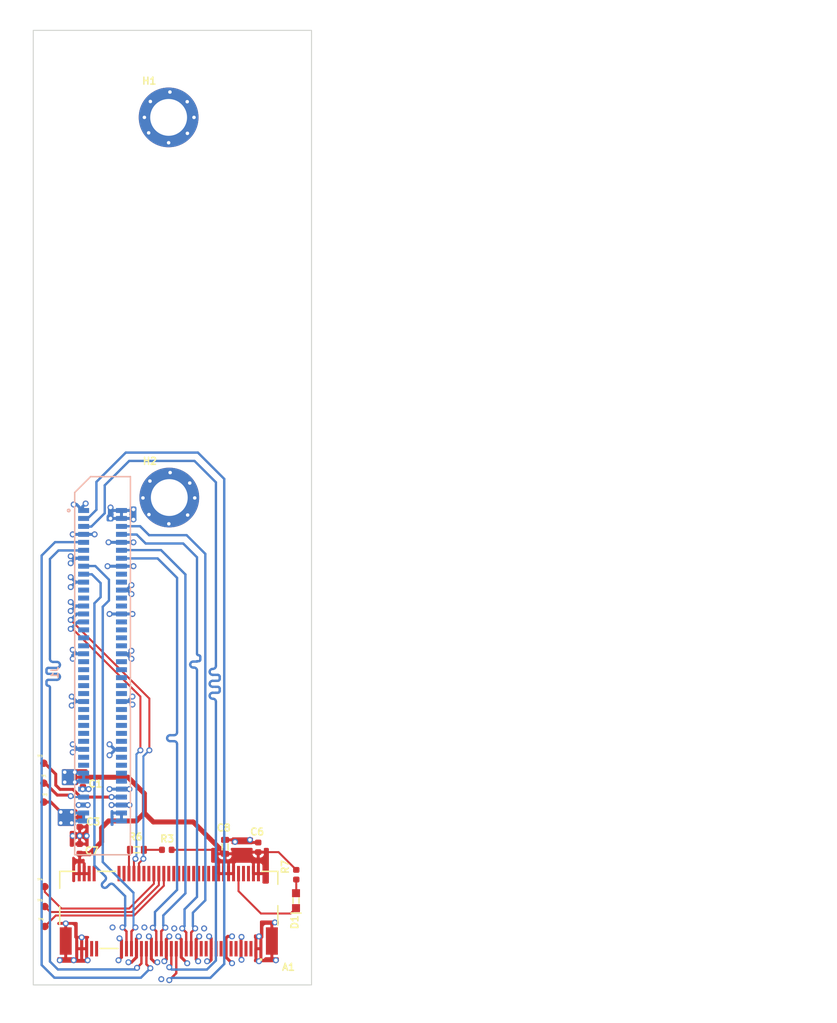
<source format=kicad_pcb>
(kicad_pcb (version 20211014) (generator pcbnew)
  (layers (0 "F.Cu" signal) (1 "In1.Cu" power) (2 "In2.Cu" power) (31 "B.Cu" signal) (34 "B.Paste" user) (35 "F.Paste" user) (36 "B.SilkS" user "B.Silkscreen") (37 "F.SilkS" user "F.Silkscreen") (38 "B.Mask" user) (39 "F.Mask" user) (44 "Edge.Cuts" user))
  (net 0 "")
  (net 1 "GND")
  (net 2 "+3V3")
  (net 7 "Net-(A1-Pad10)")
  (net 19 "PCIE2_RX1_N")
  (net 21 "PCIE2_RX1_P")
  (net 24 "PCIE2_TX1_N")
  (net 26 "PCIE2_TX1_P")
  (net 28 "/M.2/M2_M_SMB_CLK")
  (net 29 "PCIE2_RX0_N")
  (net 30 "/M.2/M2_M_SMB_DATA")
  (net 31 "PCIE2_RX0_P")
  (net 32 "/M.2/~{M2_M_ALERT}")
  (net 34 "PCIE2_TX0_N")
  (net 36 "PCIE2_TX0_P")
  (net 37 "PCIE2_CLK_N")
  (net 38 "/M.2/~{M2_M_PEWAKE0}")
  (net 39 "PCIE2_CLK_P")
  (net 43 "/M.2/M2_M_SUSCLK")
  (net 45 "+1V8")
  (net 46 "Net-(D1-Pad1)")
  (net 47 "PCIE3_CLK_N")
  (net 48 "PCIE3_CLK_P")
  (net 49 "USBSS1_TX_N")
  (net 50 "USBSS1_TX_P")
  (net 51 "USBSS1_RX_N")
  (net 52 "USBSS1_RX_P")
  (net 53 "PCIE2_RST")
  (net 54 "PCIE2_CLKREQ")
  (net 55 "PCIE3_RST*")
  (net 56 "GPIO01")
  (net 57 "PCIE3_CLKREQ*")
  (net 58 "GPIO07")
  (net 59 "PCIE_WAKE_SEL_EXT_CONN")
  (net 60 "GPIO09")
  (net 61 "GPIO13")
  (net 62 "UART1_RXD")
  (net 63 "GPIO12")
  (net 64 "USB1_D_N")
  (net 65 "GPIO11")
  (net 66 "USB1_D_P")
  (net 67 "UART1_TXD")
  (net 68 "I2S0_SDIN")
  (net 69 "I2S0_SCLK")
  (net 70 "I2S0_LRCK")
  (net 71 "I2S0_SDOUT")
  (net 72 "SPI0_SCK")
  (net 73 "SPI1_SCK")
  (net 74 "SPI0_MOSI")
  (net 75 "SPI1_MOSI")
  (net 76 "SPI0_MISO")
  (net 77 "SPI1_MISO")
  (net 78 "~{SPI0_CS0}")
  (net 79 "~{SPI1_CS0}")
  (net 80 "~{SPI0_CS1}")
  (net 81 "~{SPI1_CS1}")
  (net 82 "SYS_SDA")
  (net 83 "I2C2_SDA")
  (net 84 "SYS_SCL")
  (net 85 "I2C2_SCL")
  (net 86 "CAN_RX")
  (net 87 "CAN_TX")
  (net 88 "3V3_STDB")
  (net 89 "Net-(R3-Pad1)")
  (net 90 "+5V")
  (net 91 "+12V")
  (footprint "antmicro-footprints:TP_SMD_0.75mm" (layer "F.Cu") (at 54.4 140.2)
    (fp_text reference "TP2")
    (fp_text value "TP_0.75mm_SMD")
  )
  (footprint "antmicro-footprints:TP_SMD_0.75mm" (layer "F.Cu") (at 54.4 138.3)
    (fp_text reference "TP1")
    (fp_text value "TP_0.75mm_SMD")
  )
  (footprint "antmicro-footprints:TP_SMD_0.75mm" (layer "F.Cu") (at 54.5 150.7)
    (fp_text reference "TP5")
    (fp_text value "TP_0.75mm_SMD")
  )
  (footprint "antmicro-footprints:TP_SMD_0.75mm" (layer "F.Cu") (at 54.5 148.7)
    (fp_text reference "TP4")
    (fp_text value "TP_0.75mm_SMD")
  )
  (footprint "antmicro-footprints:C_0402_1005Metric" (layer "F.Cu") (at 58 142.216 90)
    (fp_text reference "C3")
    (fp_text value "C_1u_0402")
  )
  (footprint "antmicro-footprints:Spacer_SMD_M2.5_H2.5mm_Wurth_9774025151" (layer "F.Cu") (at 66.9325 71.397)
    (fp_text reference "H1")
    (fp_text value "Spacer_H2.5mm_9774025151")
  )
  (footprint "antmicro-footprints:C_0402_1005Metric" (layer "F.Cu") (at 58.325 138.191 90)
    (fp_text reference "C1")
    (fp_text value "C_1u_0402")
  )
  (footprint "antmicro-footprints:C_0603_1608Metric" (layer "F.Cu") (at 72.6 144.7 -90)
    (fp_text reference "C8")
    (fp_text value "C_100n_0603")
  )
  (footprint "antmicro-footprints:C_0402_1005Metric" (layer "F.Cu") (at 75.9295 144.75 -90)
    (fp_text reference "C6")
    (fp_text value "C_10u_0402")
  )
  (footprint "antmicro-footprints:R_0402_1005Metric" (layer "F.Cu") (at 66.75 145)
    (fp_text reference "R3")
    (fp_text value "R_4k7_0402")
  )
  (footprint "antmicro-footprints:R_0603_1608Metric" (layer "F.Cu") (at 63.75 145 180)
    (fp_text reference "R6")
    (fp_text value "R_0R_0603")
  )
  (footprint "antmicro-footprints:LED_0603_1608Metric_G" (layer "F.Cu") (at 79.725 150.108 -90)
    (fp_text reference "D1")
    (fp_text value "LED_G_0603_KP-1608ZGC")
  )
  (footprint "antmicro-footprints:R_0402_1005Metric" (layer "F.Cu") (at 79.75 147.5 90)
    (fp_text reference "R7")
    (fp_text value "R_200R_0402")
  )
  (footprint "antmicro-footprints:Bus_M.2_Socket_Key_M_TE_1-2199230-6" (layer "F.Cu") (at 76.2 154.94 180)
    (fp_text reference "A1")
    (fp_text value "Bus_M.2_1-2199230-6")
  )
  (footprint "antmicro-footprints:C_0402_1005Metric" (layer "F.Cu") (at 57.999 144.9035 -90)
    (fp_text reference "C7")
    (fp_text value "C_10u_0402")
  )
  (footprint "antmicro-footprints:TP_SMD_0.75mm" (layer "F.Cu") (at 54.4 136.3)
    (fp_text reference "TP3")
    (fp_text value "TP_0.75mm_SMD")
  )
  (footprint "antmicro-footprints:Spacer_SMD_M2.5_H2.5mm_Wurth_9774025151" (layer "F.Cu") (at 67 109.6)
    (fp_text reference "H2")
    (fp_text value "Spacer_H2.5mm_9774025151")
  )
  (footprint "antmicro-footprints:TP_SMD_0.75mm" (layer "F.Cu") (at 54.5 152.7)
    (fp_text reference "TP6")
    (fp_text value "TP_0.75mm_SMD")
  )
  (footprint "antmicro-footprints:ERM8-040-05.0_SAMTEC" (layer "B.Cu") (at 60.3 126.5 -90)
    (fp_text reference "J1")
    (fp_text value "J_ERM8-040-XX.X-X-DV-XX_SAMTEC")
  )
  (gr_rect (start 81.28 158.58) (end 53.34 62.65) (layer "Edge.Cuts") (width 0.1) (fill none))
  (segment (start 63.701 154.94) (end 63.701 155.799) (width 0.3) (layer "F.Cu") (net 1))
  (segment (start 62.201 154.94) (end 62.201 155.799) (width 0.3) (layer "F.Cu") (net 1))
  (segment (start 63.701 155.799) (end 63.2 156.3) (width 0.3) (layer "F.Cu") (net 1))
  (segment (start 75.702 154.94) (end 75.702 155.751) (width 0.3) (layer "F.Cu") (net 1))
  (segment (start 62.201 154.101) (end 62 153.9) (width 0.3) (layer "F.Cu") (net 1))
  (segment (start 63.701 154.94) (end 63.701 153.949) (width 0.3) (layer "F.Cu") (net 1))
  (segment (start 63.701 153.949) (end 63.95 153.7) (width 0.3) (layer "F.Cu") (net 1))
  (segment (start 68.201 154.001) (end 67.9 153.7) (width 0.3) (layer "F.Cu") (net 1))
  (segment (start 68.201 155.801) (end 68.201 154.94) (width 0.3) (layer "F.Cu") (net 1))
  (segment (start 62.201 154.94) (end 62.201 154.101) (width 0.3) (layer "F.Cu") (net 1))
  (segment (start 65.201 153.951) (end 64.95 153.7) (width 0.3) (layer "F.Cu") (net 1))
  (segment (start 65.201 154.94) (end 65.201 153.951) (width 0.3) (layer "F.Cu") (net 1))
  (segment (start 58.173 144.2455) (end 57.999 144.4195) (width 0.2) (layer "F.Cu") (net 1))
  (segment (start 74.201 154.94) (end 74.201 156) (width 0.3) (layer "F.Cu") (net 1))
  (segment (start 69.701 156.001) (end 69.9 156.2) (width 0.3) (layer "F.Cu") (net 1))
  (segment (start 74.201 156) (end 74.25 156.049) (width 0.3) (layer "F.Cu") (net 1))
  (segment (start 66.701 153.999) (end 67 153.7) (width 0.3) (layer "F.Cu") (net 1))
  (segment (start 72.701 154.94) (end 72.701 153.865) (width 0.3) (layer "F.Cu") (net 1))
  (segment (start 65.201 154.94) (end 65.201 155.965) (width 0.3) (layer "F.Cu") (net 1))
  (segment (start 68.8 156.4) (end 68.201 155.801) (width 0.3) (layer "F.Cu") (net 1))
  (segment (start 71.202 154.017) (end 71.202 153.902) (width 0.3) (layer "F.Cu") (net 1))
  (segment (start 71.201 154.941) (end 71.202 154.94) (width 0.3) (layer "F.Cu") (net 1))
  (segment (start 69.701 154.94) (end 69.701 153.999) (width 0.3) (layer "F.Cu") (net 1))
  (segment (start 71.066 156.2) (end 71.201 156.065) (width 0.3) (layer "F.Cu") (net 1))
  (segment (start 66.701 155.999) (end 66.5 156.2) (width 0.3) (layer "F.Cu") (net 1))
  (segment (start 70.8 156.2) (end 71.066 156.2) (width 0.3) (layer "F.Cu") (net 1))
  (segment (start 66.701 154.94) (end 66.701 153.999) (width 0.3) (layer "F.Cu") (net 1))
  (segment (start 58.3 138.9) (end 58.3 138.7) (width 0.3) (layer "F.Cu") (net 1))
  (segment (start 77.25 154.216) (end 77.301 154.165) (width 0.3) (layer "F.Cu") (net 1))
  (segment (start 74.201 154.94) (end 74.201 153.799) (width 0.3) (layer "F.Cu") (net 1))
  (segment (start 58.3 138.7) (end 58.325 138.675) (width 0.3) (layer "F.Cu") (net 1))
  (segment (start 66.701 154.94) (end 66.701 155.999) (width 0.3) (layer "F.Cu") (net 1))
  (segment (start 65.536 156.3) (end 65.8 156.3) (width 0.3) (layer "F.Cu") (net 1))
  (segment (start 62.201 155.799) (end 61.9 156.1) (width 0.3) (layer "F.Cu") (net 1))
  (segment (start 72.701 155.801) (end 73.3 156.4) (width 0.3) (layer "F.Cu") (net 1))
  (segment (start 65.201 155.965) (end 65.536 156.3) (width 0.3) (layer "F.Cu") (net 1))
  (segment (start 72.866 153.7) (end 73.3 153.7) (width 0.3) (layer "F.Cu") (net 1))
  (segment (start 69.701 154.94) (end 69.701 156.001) (width 0.3) (layer "F.Cu") (net 1))
  (segment (start 74.201 153.799) (end 74.25 153.75) (width 0.3) (layer "F.Cu") (net 1))
  (segment (start 72.701 154.94) (end 72.701 155.801) (width 0.3) (layer "F.Cu") (net 1))
  (segment (start 71.201 156.065) (end 71.201 154.941) (width 0.3) (layer "F.Cu") (net 1))
  (segment (start 71.202 154.017) (end 71.202 154.94) (width 0.3) (layer "F.Cu") (net 1))
  (segment (start 72.701 153.865) (end 72.866 153.7) (width 0.3) (layer "F.Cu") (net 1))
  (segment (start 68.201 154.94) (end 68.201 154.001) (width 0.3) (layer "F.Cu") (net 1))
  (segment (start 63.2 156.3) (end 62.9 156.3) (width 0.3) (layer "F.Cu") (net 1))
  (segment (start 71.202 153.902) (end 71 153.7) (width 0.3) (layer "F.Cu") (net 1))
  (segment (start 69.701 153.999) (end 70 153.7) (width 0.3) (layer "F.Cu") (net 1))
  (via (at 68.844 111.3575) (size 0.6) (drill 0.35) (layers "F.Cu" "B.Cu") (net 1))
  (via (at 58.8 156.1) (size 0.6) (drill 0.35) (layers "F.Cu" "B.Cu") (net 1))
  (via (at 73.6 144.2) (size 0.6) (drill 0.35) (layers "F.Cu" "B.Cu") (net 1))
  (via (at 63 138.9) (size 0.6) (drill 0.35) (layers "F.Cu" "B.Cu") (net 1))
  (via (at 58.7 143.6) (size 0.6) (drill 0.35) (layers "F.Cu" "B.Cu") (net 1))
  (via (at 58.6 110.2) (size 0.6) (drill 0.35) (layers "F.Cu" "B.Cu") (net 1))
  (via (at 57.4 110.3) (size 0.6) (drill 0.35) (layers "F.Cu" "B.Cu") (net 1))
  (via (at 70 153.7) (size 0.6) (drill 0.35) (layers "F.Cu" "B.Cu") (net 1))
  (via (at 63.4 111.8) (size 0.6) (drill 0.35) (layers "F.Cu" "B.Cu") (net 1))
  (via (at 66.2 158) (size 0.6) (drill 0.35) (layers "F.Cu" "B.Cu") (net 1))
  (via (at 57.2 129.6) (size 0.6) (drill 0.35) (layers "F.Cu" "B.Cu") (net 1))
  (via (at 57.3 135.2) (size 0.6) (drill 0.35) (layers "F.Cu" "B.Cu") (net 1))
  (via (at 63.95 153.7) (size 0.6) (drill 0.35) (layers "F.Cu" "B.Cu") (net 1))
  (via (at 69.9 156.2) (size 0.6) (drill 0.35) (layers "F.Cu" "B.Cu") (net 1))
  (via (at 67.9 153.7) (size 0.6) (drill 0.35) (layers "F.Cu" "B.Cu") (net 1))
  (via (at 57.1 117.6) (size 0.6) (drill 0.35) (layers "F.Cu" "B.Cu") (net 1))
  (via (at 65.0545 107.9405) (size 0.6) (drill 0.35) (layers "F.Cu" "B.Cu") (net 1))
  (via (at 63.4 110.8) (size 0.6) (drill 0.35) (layers "F.Cu" "B.Cu") (net 1))
  (via (at 76 156.2) (size 0.6) (drill 0.35) (layers "F.Cu" "B.Cu") (net 1))
  (via (at 61.3 152.8) (size 0.6) (drill 0.35) (layers "F.Cu" "B.Cu") (net 1))
  (via (at 73.3 156.4) (size 0.6) (drill 0.35) (layers "F.Cu" "B.Cu") (net 1))
  (via (at 61 138.9) (size 0.6) (drill 0.35) (layers "F.Cu" "B.Cu") (net 1))
  (via (at 57.3 125.8) (size 0.6) (drill 0.35) (layers "F.Cu" "B.Cu") (net 1))
  (via (at 73.3 153.7) (size 0.6) (drill 0.35) (layers "F.Cu" "B.Cu") (net 1))
  (via (at 75.1 144) (size 0.6) (drill 0.35) (layers "F.Cu" "B.Cu") (net 1))
  (via (at 67.0635 68.849) (size 0.6) (drill 0.35) (layers "F.Cu" "B.Cu") (net 1))
  (via (at 63.3 130.4) (size 0.6) (drill 0.35) (layers "F.Cu" "B.Cu") (net 1))
  (via (at 61.2 140.5) (size 0.6) (drill 0.35) (layers "F.Cu" "B.Cu") (net 1))
  (via (at 57.3 134.4) (size 0.6) (drill 0.35) (layers "F.Cu" "B.Cu") (net 1))
  (via (at 60.8 116.5) (size 0.6) (drill 0.35) (layers "F.Cu" "B.Cu") (net 1))
  (via (at 58 143.6) (size 0.6) (drill 0.35) (layers "F.Cu" "B.Cu") (net 1))
  (via (at 68.8185 73) (size 0.6) (drill 0.35) (layers "F.Cu" "B.Cu") (net 1))
  (via (at 69.5545 109.6405) (size 0.6) (drill 0.35) (layers "F.Cu" "B.Cu") (net 1))
  (via (at 57.1 121) (size 0.6) (drill 0.35) (layers "F.Cu" "B.Cu") (net 1))
  (via (at 63.2 119.3) (size 0.6) (drill 0.35) (layers "F.Cu" "B.Cu") (net 1))
  (via (at 64.9545 111.308) (size 0.6) (drill 0.35) (layers "F.Cu" "B.Cu") (net 1))
  (via (at 61 134.4) (size 0.6) (drill 0.35) (layers "F.Cu" "B.Cu") (net 1))
  (via (at 63 140.5) (size 0.6) (drill 0.35) (layers "F.Cu" "B.Cu") (net 1))
  (via (at 57.1 118.6) (size 0.6) (drill 0.35) (layers "F.Cu" "B.Cu") (net 1))
  (via (at 68.8 156.4) (size 0.6) (drill 0.35) (layers "F.Cu" "B.Cu") (net 1))
  (via (at 63.3 121.3) (size 0.6) (drill 0.35) (layers "F.Cu" "B.Cu") (net 1))
  (via (at 64.5 71.397) (size 0.6) (drill 0.35) (layers "F.Cu" "B.Cu") (net 1))
  (via (at 66.9545 112.2405) (size 0.6) (drill 0.35) (layers "F.Cu" "B.Cu") (net 1))
  (via (at 57.1 120.1) (size 0.6) (drill 0.35) (layers "F.Cu" "B.Cu") (net 1))
  (via (at 56 156.1) (size 0.6) (drill 0.35) (layers "F.Cu" "B.Cu") (net 1))
  (via (at 61.9 156.1) (size 0.6) (drill 0.35) (layers "F.Cu" "B.Cu") (net 1))
  (via (at 58.2 153.8) (size 0.6) (drill 0.35) (layers "F.Cu" "B.Cu") (net 1))
  (via (at 57.9 140.5) (size 0.6) (drill 0.35) (layers "F.Cu" "B.Cu") (net 1))
  (via (at 66.5 156.2) (size 0.6) (drill 0.35) (layers "F.Cu" "B.Cu") (net 1))
  (via (at 63.4 114.1) (size 0.6) (drill 0.35) (layers "F.Cu" "B.Cu") (net 1))
  (via (at 64.5 152.8) (size 0.6) (drill 0.35) (layers "F.Cu" "B.Cu") (net 1))
  (via (at 59.498 113.298) (size 0.6) (drill 0.35) (layers "F.Cu" "B.Cu") (net 1))
  (via (at 58.3 138.9) (size 0.6) (drill 0.35) (layers "F.Cu" "B.Cu") (net 1))
  (via (at 63.2 125.8) (size 0.6) (drill 0.35) (layers "F.Cu" "B.Cu") (net 1))
  (via (at 74.25 153.75) (size 0.6) (drill 0.35) (layers "F.Cu" "B.Cu") (net 1))
  (via (at 57.1 116.2) (size 0.6) (drill 0.35) (layers "F.Cu" "B.Cu") (net 1))
  (via (at 63.4 116.5) (size 0.6) (drill 0.35) (layers "F.Cu" "B.Cu") (net 1))
  (via (at 57.2 130.5) (size 0.6) (drill 0.35) (layers "F.Cu" "B.Cu") (net 1))
  (via (at 63.2 118.4) (size 0.6) (drill 0.35) (layers "F.Cu" "B.Cu") (net 1))
  (via (at 63.3 129.6) (size 0.6) (drill 0.35) (layers "F.Cu" "B.Cu") (net 1))
  (via (at 62 153.9) (size 0.6) (drill 0.35) (layers "F.Cu" "B.Cu") (net 1))
  (via (at 62.9 156.3) (size 0.6) (drill 0.35) (layers "F.Cu" "B.Cu") (net 1))
  (via (at 57.3 113.3) (size 0.6) (drill 0.35) (layers "F.Cu" "B.Cu") (net 1))
  (via (at 66.9325 73.945) (size 0.6) (drill 0.35) (layers "F.Cu" "B.Cu") (net 1))
  (via (at 56.6 152.4) (size 0.6) (drill 0.35) (layers "F.Cu" "B.Cu") (net 1))
  (via (at 61.1 111.7) (size 0.6) (drill 0.35) (layers "F.Cu" "B.Cu") (net 1))
  (via (at 67 153.7) (size 0.6) (drill 0.35) (layers "F.Cu" "B.Cu") (net 1))
  (via (at 69.0545 108.1405) (size 0.6) (drill 0.35) (layers "F.Cu" "B.Cu") (net 1))
  (via (at 57.4 156.1) (size 0.6) (drill 0.35) (layers "F.Cu" "B.Cu") (net 1))
  (via (at 74.25 156.049) (size 0.6) (drill 0.35) (layers "F.Cu" "B.Cu") (net 1))
  (via (at 71 153.7) (size 0.6) (drill 0.35) (layers "F.Cu" "B.Cu") (net 1))
  (via (at 57.3 143.6) (size 0.6) (drill 0.35) (layers "F.Cu" "B.Cu") (net 1))
  (via (at 68.8 69.8225) (size 0.6) (drill 0.35) (layers "F.Cu" "B.Cu") (net 1))
  (via (at 58.8 140.5) (size 0.6) (drill 0.35) (layers "F.Cu" "B.Cu") (net 1))
  (via (at 77.6 152.3) (size 0.6) (drill 0.35) (layers "F.Cu" "B.Cu") (net 1))
  (via (at 61 121.3) (size 0.6) (drill 0.35) (layers "F.Cu" "B.Cu") (net 1))
  (via (at 65.8 156.3) (size 0.6) (drill 0.35) (layers "F.Cu" "B.Cu") (net 1))
  (via (at 64.929 72.9505) (size 0.6) (drill 0.35) (layers "F.Cu" "B.Cu") (net 1))
  (via (at 57.1 115.5) (size 0.6) (drill 0.35) (layers "F.Cu" "B.Cu") (net 1))
  (via (at 67.0855 107.0925) (size 0.6) (drill 0.35) (layers "F.Cu" "B.Cu") (net 1))
  (via (at 58.9 138.8985) (size 0.6) (drill 0.35) (layers "F.Cu" "B.Cu") (net 1))
  (via (at 63.2 125) (size 0.6) (drill 0.35) (layers "F.Cu" "B.Cu") (net 1))
  (via (at 65.1 69.8) (size 0.6) (drill 0.35) (layers "F.Cu" "B.Cu") (net 1))
  (via (at 64.95 153.7) (size 0.6) (drill 0.35) (layers "F.Cu" "B.Cu") (net 1))
  (via (at 76 153.7) (size 0.6) (drill 0.35) (layers "F.Cu" "B.Cu") (net 1))
  (via (at 61 135.5) (size 0.6) (drill 0.35) (layers "F.Cu" "B.Cu") (net 1))
  (via (at 57.3 124.9) (size 0.6) (drill 0.35) (layers "F.Cu" "B.Cu") (net 1))
  (via (at 61.1 110.6) (size 0.6) (drill 0.35) (layers "F.Cu" "B.Cu") (net 1))
  (via (at 70.5 152.9) (size 0.6) (drill 0.35) (layers "F.Cu" "B.Cu") (net 1))
  (via (at 67.5 152.9) (size 0.6) (drill 0.35) (layers "F.Cu" "B.Cu") (net 1))
  (via (at 77.7 156.1) (size 0.6) (drill 0.35) (layers "F.Cu" "B.Cu") (net 1))
  (via (at 64.3545 109.6405) (size 0.6) (drill 0.35) (layers "F.Cu" "B.Cu") (net 1))
  (via (at 60.9 114.0995) (size 0.6) (drill 0.35) (layers "F.Cu" "B.Cu") (net 1))
  (via (at 69.4805 71.397) (size 0.6) (drill 0.35) (layers "F.Cu" "B.Cu") (net 1))
  (via (at 70.8 156.2) (size 0.6) (drill 0.35) (layers "F.Cu" "B.Cu") (net 1))
  (segment (start 58.299 125.3) (end 57.449 125.3) (width 0.3) (layer "B.Cu") (net 1))
  (segment (start 58.299 130.1) (end 57.7 130.1) (width 0.3) (layer "B.Cu") (net 1))
  (segment (start 60.9 114.0995) (end 62.1975 114.0995) (width 0.3) (layer "B.Cu") (net 1))
  (segment (start 62.799 118.899) (end 63.2 119.3) (width 0.3) (layer "B.Cu") (net 1))
  (segment (start 62.098 130.1) (end 62.8 130.1) (width 0.3) (layer "B.Cu") (net 1))
  (segment (start 62.098 125.3) (end 62.9 125.3) (width 0.3) (layer "B.Cu") (net 1))
  (segment (start 57.601 115.699) (end 57.1 116.2) (width 0.3) (layer "B.Cu") (net 1))
  (segment (start 57.8 134.9) (end 57.3 134.4) (width 0.3) (layer "B.Cu") (net 1))
  (segment (start 62.8 130.1) (end 63.3 129.6) (width 0.3) (layer "B.Cu") (net 1))
  (segment (start 57.599 118.099) (end 57.1 117.6) (width 0.3) (layer "B.Cu") (net 1))
  (segment (start 57.601 118.099) (end 57.1 118.6) (width 0.3) (layer "B.Cu") (net 1))
  (segment (start 63 130.1) (end 63.3 130.4) (width 0.3) (layer "B.Cu") (net 1))
  (segment (start 62.098 114.099) (end 63.399 114.099) (width 0.3) (layer "B.Cu") (net 1))
  (segment (start 61 138.9) (end 62.098 138.9) (width 0.3) (layer "B.Cu") (net 1))
  (segment (start 62.9 125.3) (end 63.2 125) (width 0.3) (layer "B.Cu") (net 1))
  (segment (start 57.3 113.3) (end 58.397 113.3) (width 0.3) (layer "B.Cu") (net 1))
  (segment (start 57.6 134.9) (end 57.3 135.2) (width 0.3) (layer "B.Cu") (net 1))
  (segment (start 58.299 115.699) (end 57.601 115.699) (width 0.3) (layer "B.Cu") (net 1))
  (segment (start 57.5 120.5) (end 57.1 120.1) (width 0.3) (layer "B.Cu") (net 1))
  (segment (start 62.098 118.899) (end 62.799 118.899) (width 0.3) (layer "B.Cu") (net 1))
  (segment (start 57.6 130.1) (end 57.2 130.5) (width 0.3) (layer "B.Cu") (net 1))
  (segment (start 62.098 121.298) (end 63.298 121.298) (width 0.3) (layer "B.Cu") (net 1))
  (segment (start 57.449 125.3) (end 57.3 125.449) (width 0.3) (layer "B.Cu") (net 1))
  (segment (start 57.698 110.3) (end 58.299 110.901) (width 0.3) (layer "B.Cu") (net 1))
  (segment (start 57.7 130.1) (end 57.2 129.6) (width 0.3) (layer "B.Cu") (net 1))
  (segment (start 58.299 134.9) (end 57.8 134.9) (width 0.3) (layer "B.Cu") (net 1))
  (segment (start 62.198 134.9) (end 61.5 134.9) (width 0.3) (layer "B.Cu") (net 1))
  (segment (start 58.299 110.501) (end 58.6 110.2) (width 0.3) (layer "B.Cu") (net 1))
  (segment (start 61.5 134.9) (end 61 134.4) (width 0.3) (layer "B.Cu") (net 1))
  (segment (start 57.4 110.3) (end 57.698 110.3) (width 0.3) (layer "B.Cu") (net 1))
  (segment (start 62.098 118.899) (end 62.701 118.899) (width 0.3) (layer "B.Cu") (net 1))
  (segment (start 62.098 116.5) (end 60.8 116.5) (width 0.3) (layer "B.Cu") (net 1))
  (segment (start 62.096 121.3) (end 62.098 121.298) (width 0.3) (layer "B.Cu") (net 1))
  (segment (start 62.098 125.3) (end 62.7 125.3) (width 0.3) (layer "B.Cu") (net 1))
  (segment (start 63.399 114.099) (end 63.4 114.1) (width 0.3) (layer "B.Cu") (net 1))
  (segment (start 62.999 140.499) (end 63 140.5) (width 0.3) (layer "B.Cu") (net 1))
  (segment (start 57.299 115.699) (end 57.1 115.5) (width 0.3) (layer "B.Cu") (net 1))
  (segment (start 62.098 130.1) (end 63 130.1) (width 0.3) (layer "B.Cu") (net 1))
  (segment (start 62.098 138.9) (end 63 138.9) (width 0.3) (layer "B.Cu") (net 1))
  (segment (start 58.299 115.699) (end 57.299 115.699) (width 0.3) (layer "B.Cu") (net 1))
  (segment (start 58.299 113.298) (end 59.498 113.298) (width 0.3) (layer "B.Cu") (net 1))
  (segment (start 58.299 125.3) (end 57.7 125.3) (width 0.3) (layer "B.Cu") (net 1))
  (segment (start 61.6 134.9) (end 61 135.5) (width 0.3) (layer "B.Cu") (net 1))
  (segment (start 62.098 140.499) (end 62.999 140.499) (width 0.3) (layer "B.Cu") (net 1))
  (segment (start 62.198 134.9) (end 61.6 134.9) (width 0.3) (layer "B.Cu") (net 1))
  (segment (start 62.7 125.3) (end 63.2 125.8) (width 0.3) (layer "B.Cu") (net 1))
  (segment (start 61 121.3) (end 62.096 121.3) (width 0.3) (layer "B.Cu") (net 1))
  (segment (start 58.299 120.5) (end 57.5 120.5) (width 0.3) (layer "B.Cu") (net 1))
  (segment (start 61.2 140.5) (end 62.097 140.5) (width 0.3) (layer "B.Cu") (net 1))
  (segment (start 62.701 118.899) (end 63.2 118.4) (width 0.3) (layer "B.Cu") (net 1))
  (segment (start 58.299 130.1) (end 57.6 130.1) (width 0.3) (layer "B.Cu") (net 1))
  (segment (start 58.299 118.099) (end 57.599 118.099) (width 0.3) (layer "B.Cu") (net 1))
  (segment (start 63.298 121.298) (end 63.3 121.3) (width 0.3) (layer "B.Cu") (net 1))
  (segment (start 58.299 118.099) (end 57.601 118.099) (width 0.3) (layer "B.Cu") (net 1))
  (segment (start 57.1 121) (end 57.6 120.5) (width 0.3) (layer "B.Cu") (net 1))
  (segment (start 57.3 125.449) (end 57.3 125.8) (width 0.3) (layer "B.Cu") (net 1))
  (segment (start 62.097 140.5) (end 62.098 140.499) (width 0.3) (layer "B.Cu") (net 1))
  (segment (start 57.6 120.5) (end 58.299 120.5) (width 0.3) (layer "B.Cu") (net 1))
  (segment (start 57.7 125.3) (end 57.3 124.9) (width 0.3) (layer "B.Cu") (net 1))
  (segment (start 63.4 116.5) (end 62.098 116.5) (width 0.3) (layer "B.Cu") (net 1))
  (segment (start 58.299 110.901) (end 58.299 110.501) (width 0.3) (layer "B.Cu") (net 1))
  (segment (start 58.299 134.9) (end 57.6 134.9) (width 0.3) (layer "B.Cu") (net 1))
  (segment (start 60.9 142.1) (end 63.7 142.1) (width 0.5) (layer "F.Cu") (net 2))
  (segment (start 60.2 144.2) (end 60.2 142.8) (width 0.5) (layer "F.Cu") (net 2))
  (segment (start 62.861595 137.707) (end 64.5 139.345405) (width 0.5) (layer "F.Cu") (net 2))
  (segment (start 72.2 145) (end 72.6 145.4) (width 0.2) (layer "F.Cu") (net 2))
  (segment (start 75.952 145.2565) (end 75.9295 145.234) (width 0.2) (layer "F.Cu") (net 2))
  (segment (start 57.999 145.3875) (end 59.0125 145.3875) (width 0.5) (layer "F.Cu") (net 2))
  (segment (start 60.2 142.8) (end 60.9 142.1) (width 0.5) (layer "F.Cu") (net 2))
  (segment (start 59.0125 145.3875) (end 60.2 144.2) (width 0.5) (layer "F.Cu") (net 2))
  (segment (start 67.235 145) (end 72.2 145) (width 0.2) (layer "F.Cu") (net 2))
  (segment (start 64.5 139.345405) (end 64.5 141.3) (width 0.5) (layer "F.Cu") (net 2))
  (segment (start 63.7 142.1) (end 64.5 141.3) (width 0.5) (layer "F.Cu") (net 2))
  (segment (start 65.4 142.2) (end 69.4 142.2) (width 0.5) (layer "F.Cu") (net 2))
  (segment (start 64.5 141.3) (end 65.4 142.2) (width 0.5) (layer "F.Cu") (net 2))
  (segment (start 79.75 147.015) (end 77.969 145.234) (width 0.2) (layer "F.Cu") (net 2))
  (segment (start 69.4 142.2) (end 72.6 145.4) (width 0.5) (layer "F.Cu") (net 2))
  (segment (start 58.325 137.707) (end 62.861595 137.707) (width 0.5) (layer "F.Cu") (net 2))
  (segment (start 77.969 145.234) (end 75.9295 145.234) (width 0.2) (layer "F.Cu") (net 2))
  (via (at 56.5 137.2) (size 0.6) (drill 0.35) (layers "F.Cu" "B.Cu") (net 2))
  (via (at 56.5 138.2) (size 0.6) (drill 0.35) (layers "F.Cu" "B.Cu") (net 2))
  (via (at 57.5 138.2) (size 0.6) (drill 0.35) (layers "F.Cu" "B.Cu") (net 2))
  (via (at 57.5 137.2) (size 0.6) (drill 0.35) (layers "F.Cu" "B.Cu") (net 2))
  (segment (start 79.183 151.4) (end 79.725 150.858) (width 0.2) (layer "F.Cu") (net 7))
  (segment (start 76.2 151.4) (end 79.183 151.4) (width 0.2) (layer "F.Cu") (net 7))
  (segment (start 73.951 147.391) (end 73.951 149.151) (width 0.2) (layer "F.Cu") (net 7))
  (segment (start 73.951 149.151) (end 76.2 151.4) (width 0.2) (layer "F.Cu") (net 7))
  (segment (start 69.201 154.94) (end 69.201 153.299) (width 0.237) (layer "F.Cu") (net 19))
  (segment (start 69.201 153.299) (end 69.6 152.9) (width 0.237) (layer "F.Cu") (net 19))
  (via (at 69.6 152.9) (size 0.6) (drill 0.35) (layers "F.Cu" "B.Cu") (net 19))
  (segment (start 69.6 152.9) (end 69.367501 152.667501) (width 0.237) (layer "B.Cu") (net 19))
  (segment (start 70.6175 115.258796) (end 68.741204 113.3825) (width 0.237) (layer "B.Cu") (net 19))
  (segment (start 69.367501 152.667501) (end 69.367501 151.322935) (width 0.237) (layer "B.Cu") (net 19))
  (segment (start 70.6175 150.072936) (end 70.6175 115.258796) (width 0.237) (layer "B.Cu") (net 19))
  (segment (start 64.972936 113.3825) (end 64.071935 112.481499) (width 0.237) (layer "B.Cu") (net 19))
  (segment (start 68.741204 113.3825) (end 64.972936 113.3825) (width 0.237) (layer "B.Cu") (net 19))
  (segment (start 69.367501 151.322935) (end 70.6175 150.072936) (width 0.237) (layer "B.Cu") (net 19))
  (segment (start 64.071935 112.481499) (end 62.216501 112.481499) (width 0.237) (layer "B.Cu") (net 19))
  (segment (start 62.216501 112.481499) (end 62.198 112.5) (width 0.237) (layer "B.Cu") (net 19))
  (segment (start 68.701 154.94) (end 68.701 153.301) (width 0.237) (layer "F.Cu") (net 21))
  (segment (start 68.701 153.301) (end 68.3 152.9) (width 0.237) (layer "F.Cu") (net 21))
  (via (at 68.3 152.9) (size 0.6) (drill 0.35) (layers "F.Cu" "B.Cu") (net 21))
  (segment (start 63.726065 113.316501) (end 62.216501 113.316501) (width 0.237) (layer "B.Cu") (net 21))
  (segment (start 69.4825 126.6825) (end 69.400886 126.6825) (width 0.237) (layer "B.Cu") (net 21))
  (segment (start 69.400886 126.0825) (end 69.7825 126.0825) (width 0.237) (layer "B.Cu") (net 21))
  (segment (start 70.114114 125.8825) (end 70.114114 125.614114) (width 0.237) (layer "B.Cu") (net 21))
  (segment (start 69.7825 149.727064) (end 69.7825 126.9825) (width 0.237) (layer "B.Cu") (net 21))
  (segment (start 68.3 152.9) (end 68.532499 152.667501) (width 0.237) (layer "B.Cu") (net 21))
  (segment (start 69.7825 126.0825) (end 69.7825 126.048307) (width 0.237) (layer "B.Cu") (net 21))
  (segment (start 68.532499 150.977065) (end 69.7825 149.727064) (width 0.237) (layer "B.Cu") (net 21))
  (segment (start 64.627064 114.2175) (end 63.726065 113.316501) (width 0.237) (layer "B.Cu") (net 21))
  (segment (start 69.7825 125.2825) (end 69.7825 115.604668) (width 0.237) (layer "B.Cu") (net 21))
  (segment (start 69.7825 115.604668) (end 68.395332 114.2175) (width 0.237) (layer "B.Cu") (net 21))
  (segment (start 69.7825 126.048307) (end 69.948307 126.048307) (width 0.237) (layer "B.Cu") (net 21))
  (segment (start 68.532499 152.667501) (end 68.532499 150.977065) (width 0.237) (layer "B.Cu") (net 21))
  (segment (start 68.395332 114.2175) (end 64.627064 114.2175) (width 0.237) (layer "B.Cu") (net 21))
  (segment (start 62.216501 113.316501) (end 62.198 113.298) (width 0.237) (layer "B.Cu") (net 21))
  (arc (start 70.114114 125.614114) (mid 70.06555 125.496871) (end 69.948307 125.448307) (width 0.237) (layer "B.Cu") (net 21))
  (arc (start 69.7825 126.9825) (mid 69.694632 126.770368) (end 69.4825 126.6825) (width 0.237) (layer "B.Cu") (net 21))
  (arc (start 69.100886 126.3825) (mid 69.188754 126.170368) (end 69.400886 126.0825) (width 0.237) (layer "B.Cu") (net 21))
  (arc (start 69.948307 125.448307) (mid 69.831064 125.399743) (end 69.7825 125.2825) (width 0.237) (layer "B.Cu") (net 21))
  (arc (start 69.400886 126.6825) (mid 69.188754 126.594632) (end 69.100886 126.3825) (width 0.237) (layer "B.Cu") (net 21))
  (arc (start 69.948307 126.048307) (mid 70.06555 125.999743) (end 70.114114 125.8825) (width 0.237) (layer "B.Cu") (net 21))
  (segment (start 67.701 157.399) (end 67 158.1) (width 0.237) (layer "F.Cu") (net 24))
  (segment (start 67.701 154.94) (end 67.701 157.399) (width 0.237) (layer "F.Cu") (net 24))
  (via (at 67 158.1) (size 0.6) (drill 0.35) (layers "F.Cu" "B.Cu") (net 24))
  (segment (start 69.872936 105.0825) (end 72.5175 107.727064) (width 0.237) (layer "B.Cu") (net 24))
  (segment (start 59.6825 110.827064) (end 59.6825 108.027064) (width 0.237) (layer "B.Cu") (net 24))
  (segment (start 58.827565 111.681999) (end 59.6825 110.827064) (width 0.237) (layer "B.Cu") (net 24))
  (segment (start 72.5175 156.472936) (end 71.122935 157.867501) (width 0.237) (layer "B.Cu") (net 24))
  (segment (start 67.232499 157.867501) (end 67 158.1) (width 0.237) (layer "B.Cu") (net 24))
  (segment (start 59.6825 108.027064) (end 62.627064 105.0825) (width 0.237) (layer "B.Cu") (net 24))
  (segment (start 71.122935 157.867501) (end 67.232499 157.867501) (width 0.237) (layer "B.Cu") (net 24))
  (segment (start 72.5175 107.727064) (end 72.5175 156.472936) (width 0.237) (layer "B.Cu") (net 24))
  (segment (start 62.627064 105.0825) (end 69.872936 105.0825) (width 0.237) (layer "B.Cu") (net 24))
  (segment (start 67.201 154.94) (end 67.201 156.599) (width 0.237) (layer "F.Cu") (net 26))
  (segment (start 67.201 156.599) (end 67 156.8) (width 0.237) (layer "F.Cu") (net 26))
  (via (at 67 156.8) (size 0.6) (drill 0.35) (layers "F.Cu" "B.Cu") (net 26))
  (segment (start 71.871582 128.0175) (end 71.6825 128.0175) (width 0.237) (layer "B.Cu") (net 26))
  (segment (start 69.527064 105.9175) (end 71.6825 108.072936) (width 0.237) (layer "B.Cu") (net 26))
  (segment (start 71.871582 129.2175) (end 71.6825 129.2175) (width 0.237) (layer "B.Cu") (net 26))
  (segment (start 71.3825 127.4175) (end 71.871582 127.4175) (width 0.237) (layer "B.Cu") (net 26))
  (segment (start 71.6825 156.127064) (end 70.777065 157.032499) (width 0.237) (layer "B.Cu") (net 26))
  (segment (start 71.6825 130.1175) (end 71.6825 156.127064) (width 0.237) (layer "B.Cu") (net 26))
  (segment (start 71.6825 128.6175) (end 71.871582 128.6175) (width 0.237) (layer "B.Cu") (net 26))
  (segment (start 71.6825 128.0175) (end 71.354337 128.0175) (width 0.237) (layer "B.Cu") (net 26))
  (segment (start 59.173435 112.517001) (end 60.5175 111.172936) (width 0.237) (layer "B.Cu") (net 26))
  (segment (start 72.060663 127.606581) (end 72.060663 127.828419) (width 0.237) (layer "B.Cu") (net 26))
  (segment (start 71.6825 129.2175) (end 71.354337 129.2175) (width 0.237) (layer "B.Cu") (net 26))
  (segment (start 60.5175 111.172936) (end 60.5175 108.372936) (width 0.237) (layer "B.Cu") (net 26))
  (segment (start 71.3825 126.8175) (end 71.354337 126.8175) (width 0.237) (layer "B.Cu") (net 26))
  (segment (start 71.6825 108.072936) (end 71.6825 126.5175) (width 0.237) (layer "B.Cu") (net 26))
  (segment (start 72.060663 128.806581) (end 72.060663 129.028419) (width 0.237) (layer "B.Cu") (net 26))
  (segment (start 62.972936 105.9175) (end 69.527064 105.9175) (width 0.237) (layer "B.Cu") (net 26))
  (segment (start 71.354337 128.6175) (end 71.6825 128.6175) (width 0.237) (layer "B.Cu") (net 26))
  (segment (start 70.777065 157.032499) (end 67.232499 157.032499) (width 0.237) (layer "B.Cu") (net 26))
  (segment (start 71.354337 127.4175) (end 71.3825 127.4175) (width 0.237) (layer "B.Cu") (net 26))
  (segment (start 67.232499 157.032499) (end 67 156.8) (width 0.237) (layer "B.Cu") (net 26))
  (segment (start 58.416001 112.517001) (end 59.173435 112.517001) (width 0.237) (layer "B.Cu") (net 26))
  (segment (start 60.5175 108.372936) (end 62.972936 105.9175) (width 0.237) (layer "B.Cu") (net 26))
  (segment (start 71.354337 129.8175) (end 71.3825 129.8175) (width 0.237) (layer "B.Cu") (net 26))
  (arc (start 72.060663 129.028419) (mid 72.005282 129.162119) (end 71.871582 129.2175) (width 0.237) (layer "B.Cu") (net 26))
  (arc (start 72.060663 127.828419) (mid 72.005282 127.962119) (end 71.871582 128.0175) (width 0.237) (layer "B.Cu") (net 26))
  (arc (start 71.871582 127.4175) (mid 72.005282 127.472881) (end 72.060663 127.606581) (width 0.237) (layer "B.Cu") (net 26))
  (arc (start 71.354337 129.2175) (mid 71.142205 129.305368) (end 71.054337 129.5175) (width 0.237) (layer "B.Cu") (net 26))
  (arc (start 71.354337 126.8175) (mid 71.142205 126.905368) (end 71.054337 127.1175) (width 0.237) (layer "B.Cu") (net 26))
  (arc (start 71.6825 126.5175) (mid 71.594632 126.729632) (end 71.3825 126.8175) (width 0.237) (layer "B.Cu") (net 26))
  (arc (start 71.871582 128.6175) (mid 72.005282 128.672881) (end 72.060663 128.806581) (width 0.237) (layer "B.Cu") (net 26))
  (arc (start 71.054337 128.3175) (mid 71.142205 128.529632) (end 71.354337 128.6175) (width 0.237) (layer "B.Cu") (net 26))
  (arc (start 71.054337 127.1175) (mid 71.142205 127.329632) (end 71.354337 127.4175) (width 0.237) (layer "B.Cu") (net 26))
  (arc (start 71.3825 129.8175) (mid 71.594632 129.905368) (end 71.6825 130.1175) (width 0.237) (layer "B.Cu") (net 26))
  (arc (start 71.054337 129.5175) (mid 71.142205 129.729632) (end 71.354337 129.8175) (width 0.237) (layer "B.Cu") (net 26))
  (arc (start 71.354337 128.0175) (mid 71.142205 128.105368) (end 71.054337 128.3175) (width 0.237) (layer "B.Cu") (net 26))
  (segment (start 66.451 148.614686) (end 66.451 147.391) (width 0.2) (layer "F.Cu") (net 28))
  (segment (start 55.6 151.6) (end 63.465686 151.6) (width 0.2) (layer "F.Cu") (net 28))
  (segment (start 54.5 152.7) (end 55.6 151.6) (width 0.2) (layer "F.Cu") (net 28))
  (segment (start 63.465686 151.6) (end 66.451 148.614686) (width 0.2) (layer "F.Cu") (net 28))
  (segment (start 66.192986 153.180204) (end 66.607014 152.819796) (width 0.237) (layer "F.Cu") (net 29))
  (segment (start 66.192986 154.921204) (end 66.192986 153.180204) (width 0.237) (layer "F.Cu") (net 29))
  (via (at 66.607014 152.819796) (size 0.6) (drill 0.35) (layers "F.Cu" "B.Cu") (net 29))
  (segment (start 62.216501 114.882499) (end 62.198 114.901) (width 0.237) (layer "B.Cu") (net 29))
  (segment (start 68.6175 117.327064) (end 66.172935 114.882499) (width 0.237) (layer "B.Cu") (net 29))
  (segment (start 66.397705 151.592731) (end 68.6175 149.372936) (width 0.237) (layer "B.Cu") (net 29))
  (segment (start 68.6175 149.372936) (end 68.6175 117.327064) (width 0.237) (layer "B.Cu") (net 29))
  (segment (start 66.607014 152.819796) (end 66.397705 152.610487) (width 0.237) (layer "B.Cu") (net 29))
  (segment (start 66.397705 152.610487) (end 66.397705 151.592731) (width 0.237) (layer "B.Cu") (net 29))
  (segment (start 66.172935 114.882499) (end 62.216501 114.882499) (width 0.237) (layer "B.Cu") (net 29))
  (segment (start 55.05 151.25) (end 63.25 151.25) (width 0.2) (layer "F.Cu") (net 30))
  (segment (start 54.5 150.7) (end 55.05 151.25) (width 0.2) (layer "F.Cu") (net 30))
  (segment (start 63.25 151.25) (end 65.951 148.549) (width 0.2) (layer "F.Cu") (net 30))
  (segment (start 65.951 148.549) (end 65.951 147.391) (width 0.2) (layer "F.Cu") (net 30))
  (segment (start 65.692986 153.182204) (end 65.341986 152.831204) (width 0.237) (layer "F.Cu") (net 31))
  (segment (start 65.692986 154.921204) (end 65.692986 153.182204) (width 0.237) (layer "F.Cu") (net 31))
  (via (at 65.341986 152.831204) (size 0.6) (drill 0.35) (layers "F.Cu" "B.Cu") (net 31))
  (segment (start 65.562703 151.246861) (end 65.562703 152.610487) (width 0.237) (layer "B.Cu") (net 31))
  (segment (start 67.4825 133.4825) (end 67.0825 133.4825) (width 0.237) (layer "B.Cu") (net 31))
  (segment (start 67.7825 134.3825) (end 67.7825 149.027064) (width 0.237) (layer "B.Cu") (net 31))
  (segment (start 67.0825 134.0825) (end 67.4825 134.0825) (width 0.237) (layer "B.Cu") (net 31))
  (segment (start 67.7825 117.672936) (end 67.7825 133.1825) (width 0.237) (layer "B.Cu") (net 31))
  (segment (start 65.827065 115.717501) (end 67.7825 117.672936) (width 0.237) (layer "B.Cu") (net 31))
  (segment (start 65.562703 152.610487) (end 65.341986 152.831204) (width 0.237) (layer "B.Cu") (net 31))
  (segment (start 67.7825 149.027064) (end 65.562703 151.246861) (width 0.237) (layer "B.Cu") (net 31))
  (segment (start 62.216501 115.717501) (end 62.198 115.699) (width 0.237) (layer "B.Cu") (net 31))
  (segment (start 65.827065 115.717501) (end 62.216501 115.717501) (width 0.237) (layer "B.Cu") (net 31))
  (arc (start 67.7825 133.1825) (mid 67.694632 133.394632) (end 67.4825 133.4825) (width 0.237) (layer "B.Cu") (net 31))
  (arc (start 66.7825 133.7825) (mid 66.870368 133.994632) (end 67.0825 134.0825) (width 0.237) (layer "B.Cu") (net 31))
  (arc (start 67.4825 134.0825) (mid 67.694632 134.170368) (end 67.7825 134.3825) (width 0.237) (layer "B.Cu") (net 31))
  (arc (start 67.0825 133.4825) (mid 66.870368 133.570368) (end 66.7825 133.7825) (width 0.237) (layer "B.Cu") (net 31))
  (segment (start 54.5 149.23033) (end 56.16967 150.9) (width 0.2) (layer "F.Cu") (net 32))
  (segment (start 54.5 148.7) (end 54.5 149.23033) (width 0.2) (layer "F.Cu") (net 32))
  (segment (start 62.967 150.9) (end 65.451 148.416) (width 0.2) (layer "F.Cu") (net 32))
  (segment (start 56.16967 150.9) (end 62.967 150.9) (width 0.2) (layer "F.Cu") (net 32))
  (segment (start 65.451 148.416) (end 65.451 147.391) (width 0.2) (layer "F.Cu") (net 32))
  (segment (start 64.701 154.94) (end 64.701 156.501) (width 0.237) (layer "F.Cu") (net 34))
  (segment (start 64.701 156.501) (end 65.1 156.9) (width 0.237) (layer "F.Cu") (net 34))
  (via (at 65.1 156.9) (size 0.6) (drill 0.35) (layers "F.Cu" "B.Cu") (net 34))
  (segment (start 54.1825 156.572936) (end 55.464943 157.855379) (width 0.237) (layer "B.Cu") (net 34))
  (segment (start 54.1825 115.427064) (end 54.1825 156.572936) (width 0.237) (layer "B.Cu") (net 34))
  (segment (start 58.282499 114.082499) (end 55.527065 114.082499) (width 0.237) (layer "B.Cu") (net 34))
  (segment (start 55.527065 114.082499) (end 54.1825 115.427064) (width 0.237) (layer "B.Cu") (net 34))
  (segment (start 55.464943 157.855379) (end 64.144621 157.855379) (width 0.237) (layer "B.Cu") (net 34))
  (segment (start 58.299 114.099) (end 58.282499 114.082499) (width 0.237) (layer "B.Cu") (net 34))
  (segment (start 64.144621 157.855379) (end 65.1 156.9) (width 0.237) (layer "B.Cu") (net 34))
  (segment (start 64.201 154.94) (end 64.201 156.418132) (width 0.237) (layer "F.Cu") (net 36))
  (segment (start 64.201 156.418132) (end 63.759566 156.859566) (width 0.237) (layer "F.Cu") (net 36))
  (via (at 63.759566 156.859566) (size 0.6) (drill 0.35) (layers "F.Cu" "B.Cu") (net 36))
  (segment (start 55.3175 126.1175) (end 55.7175 126.1175) (width 0.237) (layer "B.Cu") (net 36))
  (segment (start 55.872935 114.917501) (end 55.0175 115.772936) (width 0.237) (layer "B.Cu") (net 36))
  (segment (start 54.6675 126.8925) (end 54.6675 127.1425) (width 0.237) (layer "B.Cu") (net 36))
  (segment (start 58.299 114.901) (end 58.282499 114.917501) (width 0.237) (layer "B.Cu") (net 36))
  (segment (start 54.6675 128.0925) (end 54.6675 128.3425) (width 0.237) (layer "B.Cu") (net 36))
  (segment (start 55.7175 126.7175) (end 54.8425 126.7175) (width 0.237) (layer "B.Cu") (net 36))
  (segment (start 63.598753 157.020379) (end 63.759566 156.859566) (width 0.237) (layer "B.Cu") (net 36))
  (segment (start 55.0175 115.772936) (end 55.0175 125.8175) (width 0.237) (layer "B.Cu") (net 36))
  (segment (start 58.282499 114.917501) (end 55.872935 114.917501) (width 0.237) (layer "B.Cu") (net 36))
  (segment (start 54.8425 127.3175) (end 55.7175 127.3175) (width 0.237) (layer "B.Cu") (net 36))
  (segment (start 55.0175 156.227064) (end 55.810815 157.020379) (width 0.237) (layer "B.Cu") (net 36))
  (segment (start 55.810815 157.020379) (end 63.598753 157.020379) (width 0.237) (layer "B.Cu") (net 36))
  (segment (start 55.7175 127.9175) (end 54.8425 127.9175) (width 0.237) (layer "B.Cu") (net 36))
  (segment (start 55.0175 128.6925) (end 55.0175 156.227064) (width 0.237) (layer "B.Cu") (net 36))
  (arc (start 54.8425 127.9175) (mid 54.718756 127.968756) (end 54.6675 128.0925) (width 0.237) (layer "B.Cu") (net 36))
  (arc (start 54.8425 128.5175) (mid 54.966244 128.568756) (end 55.0175 128.6925) (width 0.237) (layer "B.Cu") (net 36))
  (arc (start 54.8425 126.7175) (mid 54.718756 126.768756) (end 54.6675 126.8925) (width 0.237) (layer "B.Cu") (net 36))
  (arc (start 56.0175 126.4175) (mid 55.929632 126.629632) (end 55.7175 126.7175) (width 0.237) (layer "B.Cu") (net 36))
  (arc (start 56.0175 127.6175) (mid 55.929632 127.829632) (end 55.7175 127.9175) (width 0.237) (layer "B.Cu") (net 36))
  (arc (start 55.7175 126.1175) (mid 55.929632 126.205368) (end 56.0175 126.4175) (width 0.237) (layer "B.Cu") (net 36))
  (arc (start 55.7175 127.3175) (mid 55.929632 127.405368) (end 56.0175 127.6175) (width 0.237) (layer "B.Cu") (net 36))
  (arc (start 55.0175 125.8175) (mid 55.105368 126.029632) (end 55.3175 126.1175) (width 0.237) (layer "B.Cu") (net 36))
  (arc (start 54.6675 128.3425) (mid 54.718756 128.466244) (end 54.8425 128.5175) (width 0.237) (layer "B.Cu") (net 36))
  (arc (start 54.6675 127.1425) (mid 54.718756 127.266244) (end 54.8425 127.3175) (width 0.237) (layer "B.Cu") (net 36))
  (segment (start 63.561408 152.838592) (end 63.615028 152.838592) (width 0.237) (layer "F.Cu") (net 37))
  (segment (start 63.201 154.94) (end 63.201 153.199) (width 0.237) (layer "F.Cu") (net 37))
  (segment (start 63.615028 152.838592) (end 63.6 152.8) (width 0.237) (layer "F.Cu") (net 37))
  (segment (start 63.201 153.199) (end 63.561408 152.838592) (width 0.237) (layer "F.Cu") (net 37))
  (via (at 63.6 152.8) (size 0.6) (drill 0.35) (layers "F.Cu" "B.Cu") (net 37))
  (segment (start 63.405719 149.315283) (end 60.3175 146.227064) (width 0.237) (layer "B.Cu") (net 37))
  (segment (start 60.939984 117.849548) (end 60.939984 119.950452) (width 0.237) (layer "B.Cu") (net 37))
  (segment (start 59.571935 116.481499) (end 58.417501 116.481499) (width 0.237) (layer "B.Cu") (net 37))
  (segment (start 60.939984 117.849548) (end 59.571935 116.481499) (width 0.237) (layer "B.Cu") (net 37))
  (segment (start 63.405719 149.315283) (end 63.405719 152.629283) (width 0.2) (layer "B.Cu") (net 37))
  (segment (start 58.417501 116.481499) (end 58.399 116.5) (width 0.237) (layer "B.Cu") (net 37))
  (segment (start 60.939984 119.950452) (end 60.3175 120.572936) (width 0.237) (layer "B.Cu") (net 37))
  (segment (start 60.3175 120.572936) (end 60.3175 146.227064) (width 0.237) (layer "B.Cu") (net 37))
  (segment (start 63.405719 152.629283) (end 63.615028 152.838592) (width 0.2) (layer "B.Cu") (net 37))
  (segment (start 62.951 145.099) (end 63.05 145) (width 0.2) (layer "F.Cu") (net 38))
  (segment (start 62.951 147.391) (end 62.951 145.099) (width 0.2) (layer "F.Cu") (net 38))
  (segment (start 62.701 153.201) (end 62.35 152.85) (width 0.237) (layer "F.Cu") (net 39))
  (segment (start 62.701 154.94) (end 62.701 153.201) (width 0.237) (layer "F.Cu") (net 39))
  (segment (start 62.35 152.85) (end 62.3 152.8) (width 0.237) (layer "F.Cu") (net 39))
  (via (at 62.3 152.8) (size 0.6) (drill 0.35) (layers "F.Cu" "B.Cu") (net 39))
  (segment (start 60.315035 148.312169) (end 60.315035 148.312168) (width 0.237) (layer "B.Cu") (net 39))
  (segment (start 62.570717 149.661153) (end 61.404782 148.495218) (width 0.237) (layer "B.Cu") (net 39))
  (segment (start 59.226065 117.316501) (end 58.417501 117.316501) (width 0.237) (layer "B.Cu") (net 39))
  (segment (start 59.4825 146.572936) (end 59.4825 120.227064) (width 0.237) (layer "B.Cu") (net 39))
  (segment (start 60.315035 148.312168) (end 60.556252 148.070952) (width 0.237) (layer "B.Cu") (net 39))
  (segment (start 60.104984 118.19542) (end 59.226065 117.316501) (width 0.237) (layer "B.Cu") (net 39))
  (segment (start 62.35 152.85) (end 62.570717 152.629283) (width 0.237) (layer "B.Cu") (net 39))
  (segment (start 60.556252 147.646688) (end 60.556253 147.646689) (width 0.237) (layer "B.Cu") (net 39))
  (segment (start 60.980517 148.495217) (end 60.980516 148.495217) (width 0.237) (layer "B.Cu") (net 39))
  (segment (start 60.980516 148.495217) (end 60.7393 148.736434) (width 0.237) (layer "B.Cu") (net 39))
  (segment (start 60.104984 119.60458) (end 60.104984 118.19542) (width 0.237) (layer "B.Cu") (net 39))
  (segment (start 58.417501 117.316501) (end 58.399 117.298) (width 0.237) (layer "B.Cu") (net 39))
  (segment (start 59.4825 120.227064) (end 60.104984 119.60458) (width 0.237) (layer "B.Cu") (net 39))
  (segment (start 62.570717 152.629283) (end 62.570717 149.661153) (width 0.237) (layer "B.Cu") (net 39))
  (segment (start 60.556253 147.646689) (end 59.4825 146.572936) (width 0.237) (layer "B.Cu") (net 39))
  (arc (start 60.7393 148.736434) (mid 60.527168 148.824302) (end 60.315036 148.736434) (width 0.237) (layer "B.Cu") (net 39))
  (arc (start 60.556252 148.070952) (mid 60.64412 147.85882) (end 60.556252 147.646688) (width 0.237) (layer "B.Cu") (net 39))
  (arc (start 61.404782 148.495218) (mid 61.192649 148.407348) (end 60.980517 148.495217) (width 0.237) (layer "B.Cu") (net 39))
  (arc (start 60.315036 148.736434) (mid 60.227166 148.524301) (end 60.315035 148.312169) (width 0.237) (layer "B.Cu") (net 39))
  (segment (start 57 139.5) (end 55.75 139.5) (width 0.3) (layer "F.Cu") (net 45))
  (segment (start 55.75 139.5) (end 54.5 138.25) (width 0.3) (layer "F.Cu") (net 45))
  (via (at 57.1 139.6) (size 0.6) (drill 0.35) (layers "F.Cu" "B.Cu") (net 45))
  (segment (start 57.198 139.698) (end 57.1 139.6) (width 0.2) (layer "B.Cu") (net 45))
  (segment (start 58.299 139.698) (end 57.198 139.698) (width 0.2) (layer "B.Cu") (net 45))
  (segment (start 79.75 149.333) (end 79.725 149.358) (width 0.2) (layer "F.Cu") (net 46))
  (segment (start 79.75 147.985) (end 79.75 149.333) (width 0.2) (layer "F.Cu") (net 46))
  (segment (start 63.951 147.391) (end 63.951 146.391463) (width 0.2) (layer "F.Cu") (net 53))
  (segment (start 65 135) (end 65 129.8) (width 0.2) (layer "F.Cu") (net 53))
  (segment (start 63.951 146.391463) (end 63.951 146.349) (width 0.2) (layer "F.Cu") (net 53))
  (segment (start 63.951 146.349) (end 64.4 145.9) (width 0.2) (layer "F.Cu") (net 53))
  (segment (start 65 129.8) (end 57.1 121.9) (width 0.2) (layer "F.Cu") (net 53))
  (via (at 65 135) (size 0.6) (drill 0.35) (layers "F.Cu" "B.Cu") (net 53))
  (via (at 57.1 121.9) (size 0.6) (drill 0.35) (layers "F.Cu" "B.Cu") (net 53))
  (via (at 64.4 145.9) (size 0.6) (drill 0.35) (layers "F.Cu" "B.Cu") (net 53))
  (segment (start 64.4 145.9) (end 64.4 135.6) (width 0.2) (layer "B.Cu") (net 53))
  (segment (start 64.4 135.6) (end 65 135) (width 0.2) (layer "B.Cu") (net 53))
  (segment (start 58.299 121.298) (end 57.702 121.298) (width 0.3) (layer "B.Cu") (net 53))
  (segment (start 57.702 121.298) (end 57.1 121.9) (width 0.3) (layer "B.Cu") (net 53))
  (segment (start 64.1 129.6) (end 57.3 122.8) (width 0.2) (layer "F.Cu") (net 54))
  (segment (start 63.451 146.149) (end 63.451 146.049) (width 0.2) (layer "F.Cu") (net 54))
  (segment (start 64.1 135) (end 64.1 129.6) (width 0.2) (layer "F.Cu") (net 54))
  (segment (start 57.3 122.8) (end 57.1 122.8) (width 0.2) (layer "F.Cu") (net 54))
  (segment (start 63.451 146.049) (end 63.6 145.9) (width 0.2) (layer "F.Cu") (net 54))
  (segment (start 63.451 147.391) (end 63.451 146.149) (width 0.2) (layer "F.Cu") (net 54))
  (via (at 57.1 122.8) (size 0.6) (drill 0.35) (layers "F.Cu" "B.Cu") (net 54))
  (via (at 63.6 145.9) (size 0.6) (drill 0.35) (layers "F.Cu" "B.Cu") (net 54))
  (via (at 64.1 135) (size 0.6) (drill 0.35) (layers "F.Cu" "B.Cu") (net 54))
  (segment (start 63.7 135.4) (end 64.1 135) (width 0.2) (layer "B.Cu") (net 54))
  (segment (start 63.7 145.8) (end 63.7 135.4) (width 0.2) (layer "B.Cu") (net 54))
  (segment (start 58.299 122.099) (end 57.801 122.099) (width 0.3) (layer "B.Cu") (net 54))
  (segment (start 63.6 145.9) (end 63.7 145.8) (width 0.2) (layer "B.Cu") (net 54))
  (segment (start 57.801 122.099) (end 57.1 122.8) (width 0.3) (layer "B.Cu") (net 54))
  (segment (start 55.6 138.5) (end 55.6 137.4) (width 0.3) (layer "F.Cu") (net 88))
  (segment (start 58.1 139.7) (end 57.325 138.925) (width 0.3) (layer "F.Cu") (net 88))
  (segment (start 56.025 138.925) (end 55.6 138.5) (width 0.3) (layer "F.Cu") (net 88))
  (segment (start 57.325 138.925) (end 56.025 138.925) (width 0.3) (layer "F.Cu") (net 88))
  (segment (start 61.2 139.7) (end 58.1 139.7) (width 0.3) (layer "F.Cu") (net 88))
  (segment (start 55.6 137.4) (end 54.5 136.3) (width 0.3) (layer "F.Cu") (net 88))
  (via (at 61.2 139.7) (size 0.6) (drill 0.35) (layers "F.Cu" "B.Cu") (net 88))
  (segment (start 62.098 139.698) (end 61.202 139.698) (width 0.3) (layer "B.Cu") (net 88))
  (segment (start 61.202 139.698) (end 61.2 139.7) (width 0.3) (layer "B.Cu") (net 88))
  (segment (start 64.45 145) (end 66.265 145) (width 0.2) (layer "F.Cu") (net 89))
  (segment (start 55.1 140.2) (end 56.1 141.2) (width 0.3) (layer "F.Cu") (net 90))
  (segment (start 54.5 140.2) (end 55.1 140.2) (width 0.3) (layer "F.Cu") (net 90))
  (via (at 57.2 142.3) (size 0.6) (drill 0.35) (layers "F.Cu" "B.Cu") (net 90))
  (via (at 56.1 142.3) (size 0.6) (drill 0.35) (layers "F.Cu" "B.Cu") (net 90))
  (via (at 57.2 141.2) (size 0.6) (drill 0.35) (layers "F.Cu" "B.Cu") (net 90))
  (via (at 56.1 141.2) (size 0.6) (drill 0.35) (layers "F.Cu" "B.Cu") (net 90))
  (zone (net 2) (net_name "+3V3") (layer "F.Cu") (connect_pads (clearance 0.2)) (min_thickness 0.254) (fill yes (thermal_gap 0.254) (thermal_bridge_width 0.3))
    (polygon (pts (xy 77 148.4) (xy 75.2 148.4) (xy 75.2 146.3) (xy 73.7 146.3) (xy 73.7 148.4) (xy 71.7 148.4) (xy 71.7 146.3) (xy 71.2 146.3) (xy 71.2 144.8) (xy 77 144.8)))
  )
  (zone (net 1) (net_name "GND") (layer "F.Cu") (connect_pads (clearance 0.2)) (min_thickness 0.254) (fill yes (thermal_gap 0.254) (thermal_bridge_width 0.3))
    (polygon (pts (xy 57.8 153.65) (xy 58.95 153.65) (xy 58.95 156.35) (xy 55.75 156.35) (xy 55.75 152.25) (xy 57.8 152.25)))
  )
  (zone (net 1) (net_name "GND") (layer "F.Cu") (connect_pads (clearance 0.2)) (min_thickness 0.254) (fill yes (thermal_gap 0.254) (thermal_bridge_width 0.3))
    (polygon (pts (xy 58.9 144.7) (xy 57 144.7) (xy 57 143.1) (xy 57.8 143.1) (xy 57.8 142.4) (xy 58.9 142.4)))
  )
  (zone (net 1) (net_name "GND") (layer "F.Cu") (connect_pads (clearance 0.2)) (min_thickness 0.254) (fill yes (thermal_gap 0.254) (thermal_bridge_width 0.3))
    (polygon (pts (xy 76.25 144.45) (xy 72.25 144.45) (xy 72.25 143.75) (xy 76.25 143.75)))
  )
  (zone (net 90) (net_name "+5V") (layer "F.Cu") (connect_pads (clearance 0.2)) (min_thickness 0.254) (fill yes (thermal_gap 0.254) (thermal_bridge_width 0.3))
    (polygon (pts (xy 58.6 142.1) (xy 57.5 142.1) (xy 57.5 142.6) (xy 55.8 142.6) (xy 55.8 140.9) (xy 58.6 140.9)))
  )
  (zone (net 2) (net_name "+3V3") (layer "F.Cu") (connect_pads (clearance 0.2)) (min_thickness 0.254) (fill yes (thermal_gap 0.254) (thermal_bridge_width 0.3))
    (polygon (pts (xy 58.8 138.5) (xy 56.2 138.5) (xy 56.2 136.9) (xy 58.8 136.9)))
  )
  (zone (net 1) (net_name "GND") (layer "F.Cu") (connect_pads (clearance 0.2)) (min_thickness 0.254) (fill yes (thermal_gap 0.254) (thermal_bridge_width 0.3))
    (polygon (pts (xy 78 156.3) (xy 75.5 156.3) (xy 75.5 153.5) (xy 76.1 153.5) (xy 76.1 152.1) (xy 78 152.1)))
  )
  (zone (net 2) (net_name "+3V3") (layer "F.Cu") (connect_pads (clearance 0.2)) (min_thickness 0.254) (fill yes (thermal_gap 0.254) (thermal_bridge_width 0.3))
    (polygon (pts (xy 58.5 146.25) (xy 59.25 146.25) (xy 59.25 148.25) (xy 57.25 148.25) (xy 57.25 145) (xy 58.5 145)))
  )
  (zone (net 2) (net_name "+3V3") (layer "B.Cu") (connect_pads (clearance 0.2)) (min_thickness 0.254) (fill yes (thermal_gap 0.254) (thermal_bridge_width 0.3))
    (polygon (pts (xy 58.9 138.5) (xy 56.2 138.5) (xy 56.2 136.9) (xy 58.9 136.9)))
  )
  (zone (net 1) (net_name "GND") (layer "B.Cu") (connect_pads (clearance 0.2)) (min_thickness 0.254) (fill yes (thermal_gap 0.254) (thermal_bridge_width 0.3))
    (polygon (pts (xy 63.1 110.5) (xy 63.7 110.5) (xy 63.7 112) (xy 60.7 112) (xy 60.7 110.5) (xy 62.3 110.5)))
  )
  (zone (net 90) (net_name "+5V") (layer "B.Cu") (connect_pads (clearance 0.2)) (min_thickness 0.254) (fill yes (thermal_gap 0.254) (thermal_bridge_width 0.3))
    (polygon (pts (xy 59.1 142.6) (xy 55.8 142.6) (xy 55.8 140.9) (xy 59.1 140.9)))
  )
  (zone (net 91) (net_name "+12V") (layer "B.Cu") (connect_pads (clearance 0.2)) (min_thickness 0.254) (fill yes (thermal_gap 0.254) (thermal_bridge_width 0.3))
    (polygon (pts (xy 63 142.6) (xy 61.1 142.6) (xy 61.1 141) (xy 63 141)))
  )
)
</source>
